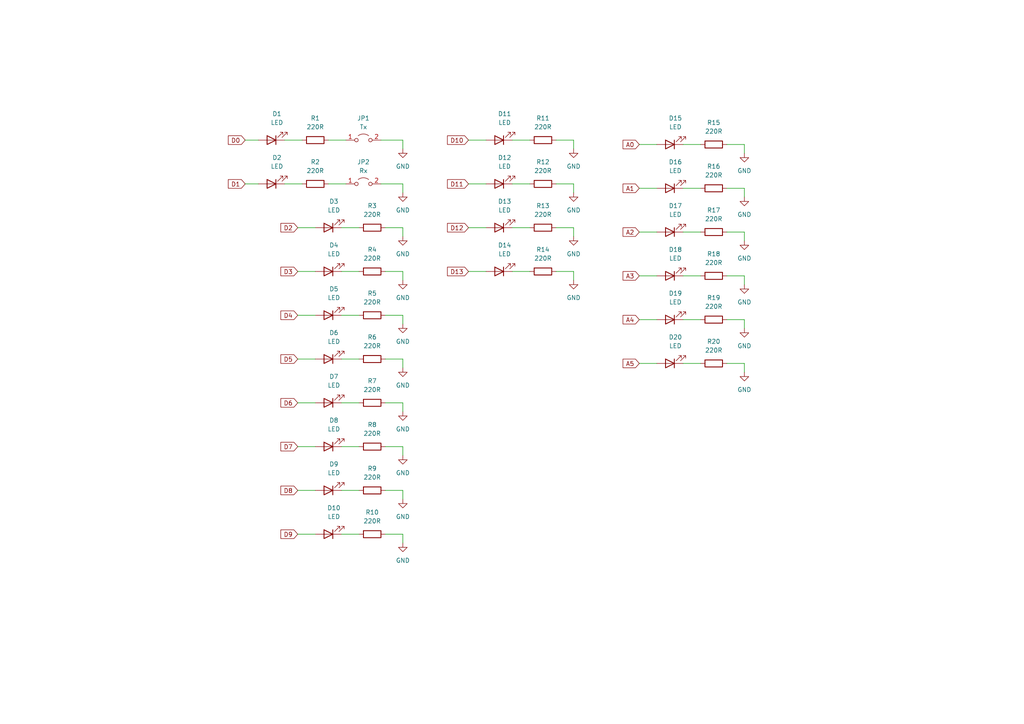
<source format=kicad_sch>
(kicad_sch (version 20211123) (generator eeschema)
  (paper "A4")
  (lib_symbols
    (symbol "Device:LED" (pin_numbers hide) (pin_names (offset 1.016) hide)
      (property "Reference" "D" (at 0 2.54 0))
      (property "Value" "LED" (at 0 -2.54 0))
      (symbol "LED_0_1"
        (polyline (pts (xy -1.27 -1.27) (xy -1.27 1.27)) (stroke (width 0.254)))
        (polyline (pts (xy -1.27 0) (xy 1.27 0)))
        (polyline (pts (xy 1.27 -1.27) (xy 1.27 1.27) (xy -1.27 0) (xy 1.27 -1.27)) (stroke (width 0.254)))
        (polyline (pts (xy -3.048 -0.762) (xy -4.572 -2.286) (xy -3.81 -2.286) (xy -4.572 -2.286) (xy -4.572 -1.524)))
        (polyline (pts (xy -1.778 -0.762) (xy -3.302 -2.286) (xy -2.54 -2.286) (xy -3.302 -2.286) (xy -3.302 -1.524)))
      )
      (symbol "LED_1_1"
        (pin passive line (at -3.81 0 0) (length 2.54) (name "K") (number "1"))
        (pin passive line (at 3.81 0 180) (length 2.54) (name "A") (number "2"))
      )
    )
    (symbol "Device:R" (pin_numbers hide) (pin_names (offset 0))
      (property "Reference" "R" (at 2.032 0 90))
      (property "Value" "R" (at 0 0 90))
      (symbol "R_0_1"
        (rectangle (start -1.016 -2.54) (end 1.016 2.54) (stroke (width 0.254)))
      )
      (symbol "R_1_1"
        (pin passive line (at 0 3.81 270) (length 1.27) (name "~") (number "1"))
        (pin passive line (at 0 -3.81 90) (length 1.27) (name "~") (number "2"))
      )
    )
    (symbol "Jumper:Jumper_2_Open" (pin_names (offset 0) hide)
      (property "Reference" "JP" (at 0 2.794 0))
      (property "Value" "Jumper_2_Open" (at 0 -2.286 0))
      (symbol "Jumper_2_Open_0_0"
        (circle (center -2.032 0) (radius 0.508))
        (circle (center 2.032 0) (radius 0.508))
      )
      (symbol "Jumper_2_Open_0_1"
        (arc (start 1.524 1.27) (mid 0 1.778) (end -1.524 1.27))
      )
      (symbol "Jumper_2_Open_1_1"
        (pin passive line (at -5.08 0 0) (length 2.54) (name "A") (number "1"))
        (pin passive line (at 5.08 0 180) (length 2.54) (name "B") (number "2"))
      )
    )
    (symbol "power:GND" (power) (pin_names (offset 0))
      (property "Value" "GND" (at 0 -3.81 0))
      (symbol "GND_0_1"
        (polyline (pts (xy 0 0) (xy 0 -1.27) (xy 1.27 -1.27) (xy 0 -2.54) (xy -1.27 -1.27) (xy 0 -1.27)))
      )
      (symbol "GND_1_1"
        (pin power_in line (at 0 0 270) (length 0) hide (name "GND") (number "1"))
      )
    )
  )
  (wire (pts (xy 86.36 66.04) (xy 91.44 66.04)))
  (wire (pts (xy 116.84 144.78) (xy 116.84 142.24)))
  (wire (pts (xy 116.84 104.14) (xy 111.76 104.14)))
  (wire (pts (xy 86.36 142.24) (xy 91.44 142.24)))
  (wire (pts (xy 135.89 53.34) (xy 140.97 53.34)))
  (wire (pts (xy 99.06 91.44) (xy 104.14 91.44)))
  (wire (pts (xy 215.9 57.15) (xy 215.9 54.61)))
  (wire (pts (xy 116.84 119.38) (xy 116.84 116.84)))
  (wire (pts (xy 99.06 66.04) (xy 104.14 66.04)))
  (wire (pts (xy 148.59 53.34) (xy 153.67 53.34)))
  (wire (pts (xy 215.9 67.31) (xy 210.82 67.31)))
  (wire (pts (xy 116.84 78.74) (xy 111.76 78.74)))
  (wire (pts (xy 135.89 40.64) (xy 140.97 40.64)))
  (wire (pts (xy 198.12 41.91) (xy 203.2 41.91)))
  (wire (pts (xy 99.06 104.14) (xy 104.14 104.14)))
  (wire (pts (xy 116.84 106.68) (xy 116.84 104.14)))
  (wire (pts (xy 185.42 41.91) (xy 190.5 41.91)))
  (wire (pts (xy 116.84 116.84) (xy 111.76 116.84)))
  (wire (pts (xy 166.37 55.88) (xy 166.37 53.34)))
  (wire (pts (xy 198.12 80.01) (xy 203.2 80.01)))
  (wire (pts (xy 135.89 66.04) (xy 140.97 66.04)))
  (wire (pts (xy 166.37 40.64) (xy 161.29 40.64)))
  (wire (pts (xy 71.12 53.34) (xy 74.93 53.34)))
  (wire (pts (xy 185.42 105.41) (xy 190.5 105.41)))
  (wire (pts (xy 116.84 81.28) (xy 116.84 78.74)))
  (wire (pts (xy 71.12 40.64) (xy 74.93 40.64)))
  (wire (pts (xy 166.37 78.74) (xy 161.29 78.74)))
  (wire (pts (xy 86.36 78.74) (xy 91.44 78.74)))
  (wire (pts (xy 148.59 40.64) (xy 153.67 40.64)))
  (wire (pts (xy 215.9 107.95) (xy 215.9 105.41)))
  (wire (pts (xy 116.84 154.94) (xy 111.76 154.94)))
  (wire (pts (xy 99.06 129.54) (xy 104.14 129.54)))
  (wire (pts (xy 99.06 154.94) (xy 104.14 154.94)))
  (wire (pts (xy 95.25 53.34) (xy 100.33 53.34)))
  (wire (pts (xy 215.9 82.55) (xy 215.9 80.01)))
  (wire (pts (xy 198.12 54.61) (xy 203.2 54.61)))
  (wire (pts (xy 198.12 105.41) (xy 203.2 105.41)))
  (wire (pts (xy 99.06 78.74) (xy 104.14 78.74)))
  (wire (pts (xy 198.12 67.31) (xy 203.2 67.31)))
  (wire (pts (xy 185.42 54.61) (xy 190.5 54.61)))
  (wire (pts (xy 215.9 41.91) (xy 210.82 41.91)))
  (wire (pts (xy 116.84 91.44) (xy 111.76 91.44)))
  (wire (pts (xy 215.9 80.01) (xy 210.82 80.01)))
  (wire (pts (xy 215.9 92.71) (xy 210.82 92.71)))
  (wire (pts (xy 95.25 40.64) (xy 100.33 40.64)))
  (wire (pts (xy 215.9 95.25) (xy 215.9 92.71)))
  (wire (pts (xy 86.36 104.14) (xy 91.44 104.14)))
  (wire (pts (xy 86.36 129.54) (xy 91.44 129.54)))
  (wire (pts (xy 110.49 53.34) (xy 116.84 53.34)))
  (wire (pts (xy 86.36 116.84) (xy 91.44 116.84)))
  (wire (pts (xy 116.84 132.08) (xy 116.84 129.54)))
  (wire (pts (xy 116.84 157.48) (xy 116.84 154.94)))
  (wire (pts (xy 166.37 43.18) (xy 166.37 40.64)))
  (wire (pts (xy 99.06 116.84) (xy 104.14 116.84)))
  (wire (pts (xy 116.84 129.54) (xy 111.76 129.54)))
  (wire (pts (xy 185.42 67.31) (xy 190.5 67.31)))
  (wire (pts (xy 185.42 80.01) (xy 190.5 80.01)))
  (wire (pts (xy 198.12 92.71) (xy 203.2 92.71)))
  (wire (pts (xy 116.84 142.24) (xy 111.76 142.24)))
  (wire (pts (xy 82.55 40.64) (xy 87.63 40.64)))
  (wire (pts (xy 82.55 53.34) (xy 87.63 53.34)))
  (wire (pts (xy 116.84 68.58) (xy 116.84 66.04)))
  (wire (pts (xy 166.37 68.58) (xy 166.37 66.04)))
  (wire (pts (xy 116.84 43.18) (xy 116.84 40.64)))
  (wire (pts (xy 215.9 44.45) (xy 215.9 41.91)))
  (wire (pts (xy 215.9 54.61) (xy 210.82 54.61)))
  (wire (pts (xy 215.9 69.85) (xy 215.9 67.31)))
  (wire (pts (xy 148.59 78.74) (xy 153.67 78.74)))
  (wire (pts (xy 148.59 66.04) (xy 153.67 66.04)))
  (wire (pts (xy 166.37 53.34) (xy 161.29 53.34)))
  (wire (pts (xy 215.9 105.41) (xy 210.82 105.41)))
  (wire (pts (xy 86.36 91.44) (xy 91.44 91.44)))
  (wire (pts (xy 110.49 40.64) (xy 116.84 40.64)))
  (wire (pts (xy 135.89 78.74) (xy 140.97 78.74)))
  (wire (pts (xy 166.37 81.28) (xy 166.37 78.74)))
  (wire (pts (xy 185.42 92.71) (xy 190.5 92.71)))
  (wire (pts (xy 86.36 154.94) (xy 91.44 154.94)))
  (wire (pts (xy 99.06 142.24) (xy 104.14 142.24)))
  (wire (pts (xy 116.84 55.88) (xy 116.84 53.34)))
  (wire (pts (xy 166.37 66.04) (xy 161.29 66.04)))
  (wire (pts (xy 116.84 93.98) (xy 116.84 91.44)))
  (wire (pts (xy 116.84 66.04) (xy 111.76 66.04)))
  (global_label "D5" (shape input) (at 86.36 104.14 180) (property "Intersheet References" "${INTERSHEET_REFS}" (effects hide)))
  (global_label "D8" (shape input) (at 86.36 142.24 180) (property "Intersheet References" "${INTERSHEET_REFS}" (effects hide)))
  (global_label "A3" (shape input) (at 185.42 80.01 180) (property "Intersheet References" "${INTERSHEET_REFS}" (effects hide)))
  (global_label "A2" (shape input) (at 185.42 67.31 180) (property "Intersheet References" "${INTERSHEET_REFS}" (effects hide)))
  (global_label "D2" (shape input) (at 86.36 66.04 180) (property "Intersheet References" "${INTERSHEET_REFS}" (effects hide)))
  (global_label "A4" (shape input) (at 185.42 92.71 180) (property "Intersheet References" "${INTERSHEET_REFS}" (effects hide)))
  (global_label "D9" (shape input) (at 86.36 154.94 180) (property "Intersheet References" "${INTERSHEET_REFS}" (effects hide)))
  (global_label "D0" (shape input) (at 71.12 40.64 180) (property "Intersheet References" "${INTERSHEET_REFS}" (effects hide)))
  (global_label "D13" (shape input) (at 135.89 78.74 180) (property "Intersheet References" "${INTERSHEET_REFS}" (effects hide)))
  (global_label "A0" (shape input) (at 185.42 41.91 180) (property "Intersheet References" "${INTERSHEET_REFS}" (effects hide)))
  (global_label "A5" (shape input) (at 185.42 105.41 180) (property "Intersheet References" "${INTERSHEET_REFS}" (effects hide)))
  (global_label "D6" (shape input) (at 86.36 116.84 180) (property "Intersheet References" "${INTERSHEET_REFS}" (effects hide)))
  (global_label "D10" (shape input) (at 135.89 40.64 180) (property "Intersheet References" "${INTERSHEET_REFS}" (effects hide)))
  (global_label "D11" (shape input) (at 135.89 53.34 180) (property "Intersheet References" "${INTERSHEET_REFS}" (effects hide)))
  (global_label "D3" (shape input) (at 86.36 78.74 180) (property "Intersheet References" "${INTERSHEET_REFS}" (effects hide)))
  (global_label "D12" (shape input) (at 135.89 66.04 180) (property "Intersheet References" "${INTERSHEET_REFS}" (effects hide)))
  (global_label "A1" (shape input) (at 185.42 54.61 180) (property "Intersheet References" "${INTERSHEET_REFS}" (effects hide)))
  (global_label "D4" (shape input) (at 86.36 91.44 180) (property "Intersheet References" "${INTERSHEET_REFS}" (effects hide)))
  (global_label "D7" (shape input) (at 86.36 129.54 180) (property "Intersheet References" "${INTERSHEET_REFS}" (effects hide)))
  (global_label "D1" (shape input) (at 71.12 53.34 180) (property "Intersheet References" "${INTERSHEET_REFS}" (effects hide)))
  (symbol (lib_id "Device:LED") (at 95.25 78.74 180) (unit 1)
    (property "Reference" "D4" (at 96.8375 71.12 0))
    (property "Value" "LED" (at 96.8375 73.66 0))
    (property "Footprint" "My_Misc:LED_D5.0mm_large" (effects hide))
  )
  (symbol (lib_id "Device:LED") (at 144.78 40.64 180) (unit 1)
    (property "Reference" "D11" (at 146.3675 33.02 0))
    (property "Value" "LED" (at 146.3675 35.56 0))
    (property "Footprint" "My_Misc:LED_D5.0mm_large" (effects hide))
  )
  (symbol (lib_id "power:GND") (at 166.37 81.28 0) (unit 1)
    (property "Reference" "#PWR026" (effects hide))
    (property "Value" "GND" (at 166.37 86.36 0))
  )
  (symbol (lib_id "power:GND") (at 166.37 43.18 0) (unit 1)
    (property "Reference" "#PWR023" (effects hide))
    (property "Value" "GND" (at 166.37 48.26 0))
  )
  (symbol (lib_id "Device:LED") (at 95.25 104.14 180) (unit 1)
    (property "Reference" "D6" (at 96.8375 96.52 0))
    (property "Value" "LED" (at 96.8375 99.06 0))
    (property "Footprint" "My_Misc:LED_D5.0mm_large" (effects hide))
  )
  (symbol (lib_id "Device:R") (at 157.48 40.64 90) (unit 1)
    (property "Reference" "R11" (at 157.48 34.29 90))
    (property "Value" "220R" (at 157.48 36.83 90))
    (property "Footprint" "My_Misc:R_Axial_DIN0207_L6.3mm_D2.5mm_P10.16mm_Horizontal_larger_pads" (effects hide))
  )
  (symbol (lib_id "Device:R") (at 157.48 66.04 90) (unit 1)
    (property "Reference" "R13" (at 157.48 59.69 90))
    (property "Value" "220R" (at 157.48 62.23 90))
    (property "Footprint" "My_Misc:R_Axial_DIN0207_L6.3mm_D2.5mm_P10.16mm_Horizontal_larger_pads" (effects hide))
  )
  (symbol (lib_id "Device:R") (at 207.01 54.61 90) (unit 1)
    (property "Reference" "R16" (at 207.01 48.26 90))
    (property "Value" "220R" (at 207.01 50.8 90))
    (property "Footprint" "My_Misc:R_Axial_DIN0207_L6.3mm_D2.5mm_P10.16mm_Horizontal_larger_pads" (effects hide))
  )
  (symbol (lib_id "Device:LED") (at 95.25 116.84 180) (unit 1)
    (property "Reference" "D7" (at 96.8375 109.22 0))
    (property "Value" "LED" (at 96.8375 111.76 0))
    (property "Footprint" "My_Misc:LED_D5.0mm_large" (effects hide))
  )
  (symbol (lib_id "Device:LED") (at 194.31 54.61 180) (unit 1)
    (property "Reference" "D16" (at 195.8975 46.99 0))
    (property "Value" "LED" (at 195.8975 49.53 0))
    (property "Footprint" "My_Misc:LED_D5.0mm_large" (effects hide))
  )
  (symbol (lib_id "Device:LED") (at 144.78 53.34 180) (unit 1)
    (property "Reference" "D12" (at 146.3675 45.72 0))
    (property "Value" "LED" (at 146.3675 48.26 0))
    (property "Footprint" "My_Misc:LED_D5.0mm_large" (effects hide))
  )
  (symbol (lib_id "power:GND") (at 116.84 68.58 0) (unit 1)
    (property "Reference" "#PWR015" (effects hide))
    (property "Value" "GND" (at 116.84 73.66 0))
  )
  (symbol (lib_id "Device:LED") (at 194.31 92.71 180) (unit 1)
    (property "Reference" "D19" (at 195.8975 85.09 0))
    (property "Value" "LED" (at 195.8975 87.63 0))
    (property "Footprint" "My_Misc:LED_D5.0mm_large" (effects hide))
  )
  (symbol (lib_id "power:GND") (at 116.84 106.68 0) (unit 1)
    (property "Reference" "#PWR018" (effects hide))
    (property "Value" "GND" (at 116.84 111.76 0))
  )
  (symbol (lib_id "Device:LED") (at 95.25 142.24 180) (unit 1)
    (property "Reference" "D9" (at 96.8375 134.62 0))
    (property "Value" "LED" (at 96.8375 137.16 0))
    (property "Footprint" "My_Misc:LED_D5.0mm_large" (effects hide))
  )
  (symbol (lib_id "power:GND") (at 116.84 157.48 0) (unit 1)
    (property "Reference" "#PWR022" (effects hide))
    (property "Value" "GND" (at 116.84 162.56 0))
  )
  (symbol (lib_id "Device:LED") (at 194.31 67.31 180) (unit 1)
    (property "Reference" "D17" (at 195.8975 59.69 0))
    (property "Value" "LED" (at 195.8975 62.23 0))
    (property "Footprint" "My_Misc:LED_D5.0mm_large" (effects hide))
  )
  (symbol (lib_id "Jumper:Jumper_2_Open") (at 105.41 40.64 0) (unit 1)
    (property "Reference" "JP1" (at 105.41 34.29 0))
    (property "Value" "Tx" (at 105.41 36.83 0))
    (property "Footprint" "My_Parts:Jumper_1x02_P2.54mm_large" (effects hide))
  )
  (symbol (lib_id "Device:LED") (at 95.25 66.04 180) (unit 1)
    (property "Reference" "D3" (at 96.8375 58.42 0))
    (property "Value" "LED" (at 96.8375 60.96 0))
    (property "Footprint" "My_Misc:LED_D5.0mm_large" (effects hide))
  )
  (symbol (lib_id "power:GND") (at 116.84 43.18 0) (unit 1)
    (property "Reference" "#PWR013" (effects hide))
    (property "Value" "GND" (at 116.84 48.26 0))
  )
  (symbol (lib_id "Device:LED") (at 95.25 91.44 180) (unit 1)
    (property "Reference" "D5" (at 96.8375 83.82 0))
    (property "Value" "LED" (at 96.8375 86.36 0))
    (property "Footprint" "My_Misc:LED_D5.0mm_large" (effects hide))
  )
  (symbol (lib_id "power:GND") (at 215.9 95.25 0) (unit 1)
    (property "Reference" "#PWR031" (effects hide))
    (property "Value" "GND" (at 215.9 100.33 0))
  )
  (symbol (lib_id "Device:LED") (at 194.31 41.91 180) (unit 1)
    (property "Reference" "D15" (at 195.8975 34.29 0))
    (property "Value" "LED" (at 195.8975 36.83 0))
    (property "Footprint" "My_Misc:LED_D5.0mm_large" (effects hide))
  )
  (symbol (lib_id "Device:R") (at 157.48 53.34 90) (unit 1)
    (property "Reference" "R12" (at 157.48 46.99 90))
    (property "Value" "220R" (at 157.48 49.53 90))
    (property "Footprint" "My_Misc:R_Axial_DIN0207_L6.3mm_D2.5mm_P10.16mm_Horizontal_larger_pads" (effects hide))
  )
  (symbol (lib_id "power:GND") (at 166.37 55.88 0) (unit 1)
    (property "Reference" "#PWR024" (effects hide))
    (property "Value" "GND" (at 166.37 60.96 0))
  )
  (symbol (lib_id "Device:R") (at 107.95 91.44 90) (unit 1)
    (property "Reference" "R5" (at 107.95 85.09 90))
    (property "Value" "220R" (at 107.95 87.63 90))
    (property "Footprint" "My_Misc:R_Axial_DIN0207_L6.3mm_D2.5mm_P10.16mm_Horizontal_larger_pads" (effects hide))
  )
  (symbol (lib_id "Device:LED") (at 95.25 129.54 180) (unit 1)
    (property "Reference" "D8" (at 96.8375 121.92 0))
    (property "Value" "LED" (at 96.8375 124.46 0))
    (property "Footprint" "My_Misc:LED_D5.0mm_large" (effects hide))
  )
  (symbol (lib_id "Jumper:Jumper_2_Open") (at 105.41 53.34 0) (unit 1)
    (property "Reference" "JP2" (at 105.41 46.99 0))
    (property "Value" "Rx" (at 105.41 49.53 0))
    (property "Footprint" "My_Parts:Jumper_1x02_P2.54mm_large" (effects hide))
  )
  (symbol (lib_id "Device:R") (at 91.44 40.64 90) (unit 1)
    (property "Reference" "R1" (at 91.44 34.29 90))
    (property "Value" "220R" (at 91.44 36.83 90))
    (property "Footprint" "My_Misc:R_Axial_DIN0207_L6.3mm_D2.5mm_P10.16mm_Horizontal_larger_pads" (effects hide))
  )
  (symbol (lib_id "Device:R") (at 107.95 116.84 90) (unit 1)
    (property "Reference" "R7" (at 107.95 110.49 90))
    (property "Value" "220R" (at 107.95 113.03 90))
    (property "Footprint" "My_Misc:R_Axial_DIN0207_L6.3mm_D2.5mm_P10.16mm_Horizontal_larger_pads" (effects hide))
  )
  (symbol (lib_id "Device:LED") (at 95.25 154.94 180) (unit 1)
    (property "Reference" "D10" (at 96.8375 147.32 0))
    (property "Value" "LED" (at 96.8375 149.86 0))
    (property "Footprint" "My_Misc:LED_D5.0mm_large" (effects hide))
  )
  (symbol (lib_id "Device:R") (at 107.95 129.54 90) (unit 1)
    (property "Reference" "R8" (at 107.95 123.19 90))
    (property "Value" "220R" (at 107.95 125.73 90))
    (property "Footprint" "My_Misc:R_Axial_DIN0207_L6.3mm_D2.5mm_P10.16mm_Horizontal_larger_pads" (effects hide))
  )
  (symbol (lib_id "Device:R") (at 207.01 41.91 90) (unit 1)
    (property "Reference" "R15" (at 207.01 35.56 90))
    (property "Value" "220R" (at 207.01 38.1 90))
    (property "Footprint" "My_Misc:R_Axial_DIN0207_L6.3mm_D2.5mm_P10.16mm_Horizontal_larger_pads" (effects hide))
  )
  (symbol (lib_id "Device:R") (at 107.95 66.04 90) (unit 1)
    (property "Reference" "R3" (at 107.95 59.69 90))
    (property "Value" "220R" (at 107.95 62.23 90))
    (property "Footprint" "My_Misc:R_Axial_DIN0207_L6.3mm_D2.5mm_P10.16mm_Horizontal_larger_pads" (effects hide))
  )
  (symbol (lib_id "power:GND") (at 215.9 82.55 0) (unit 1)
    (property "Reference" "#PWR030" (effects hide))
    (property "Value" "GND" (at 215.9 87.63 0))
  )
  (symbol (lib_id "power:GND") (at 215.9 107.95 0) (unit 1)
    (property "Reference" "#PWR032" (effects hide))
    (property "Value" "GND" (at 215.9 113.03 0))
  )
  (symbol (lib_id "Device:LED") (at 78.74 40.64 180) (unit 1)
    (property "Reference" "D1" (at 80.3275 33.02 0))
    (property "Value" "LED" (at 80.3275 35.56 0))
    (property "Footprint" "My_Misc:LED_D5.0mm_large" (effects hide))
  )
  (symbol (lib_id "power:GND") (at 116.84 119.38 0) (unit 1)
    (property "Reference" "#PWR019" (effects hide))
    (property "Value" "GND" (at 116.84 124.46 0))
  )
  (symbol (lib_id "Device:LED") (at 194.31 105.41 180) (unit 1)
    (property "Reference" "D20" (at 195.8975 97.79 0))
    (property "Value" "LED" (at 195.8975 100.33 0))
    (property "Footprint" "My_Misc:LED_D5.0mm_large" (effects hide))
  )
  (symbol (lib_id "Device:R") (at 107.95 154.94 90) (unit 1)
    (property "Reference" "R10" (at 107.95 148.59 90))
    (property "Value" "220R" (at 107.95 151.13 90))
    (property "Footprint" "My_Misc:R_Axial_DIN0207_L6.3mm_D2.5mm_P10.16mm_Horizontal_larger_pads" (effects hide))
  )
  (symbol (lib_id "power:GND") (at 116.84 144.78 0) (unit 1)
    (property "Reference" "#PWR021" (effects hide))
    (property "Value" "GND" (at 116.84 149.86 0))
  )
  (symbol (lib_id "Device:R") (at 107.95 78.74 90) (unit 1)
    (property "Reference" "R4" (at 107.95 72.39 90))
    (property "Value" "220R" (at 107.95 74.93 90))
    (property "Footprint" "My_Misc:R_Axial_DIN0207_L6.3mm_D2.5mm_P10.16mm_Horizontal_larger_pads" (effects hide))
  )
  (symbol (lib_id "Device:R") (at 207.01 105.41 90) (unit 1)
    (property "Reference" "R20" (at 207.01 99.06 90))
    (property "Value" "220R" (at 207.01 101.6 90))
    (property "Footprint" "My_Misc:R_Axial_DIN0207_L6.3mm_D2.5mm_P10.16mm_Horizontal_larger_pads" (effects hide))
  )
  (symbol (lib_id "power:GND") (at 116.84 93.98 0) (unit 1)
    (property "Reference" "#PWR017" (effects hide))
    (property "Value" "GND" (at 116.84 99.06 0))
  )
  (symbol (lib_id "Device:LED") (at 144.78 78.74 180) (unit 1)
    (property "Reference" "D14" (at 146.3675 71.12 0))
    (property "Value" "LED" (at 146.3675 73.66 0))
    (property "Footprint" "My_Misc:LED_D5.0mm_large" (effects hide))
  )
  (symbol (lib_id "Device:LED") (at 78.74 53.34 180) (unit 1)
    (property "Reference" "D2" (at 80.3275 45.72 0))
    (property "Value" "LED" (at 80.3275 48.26 0))
    (property "Footprint" "My_Misc:LED_D5.0mm_large" (effects hide))
  )
  (symbol (lib_id "power:GND") (at 116.84 132.08 0) (unit 1)
    (property "Reference" "#PWR020" (effects hide))
    (property "Value" "GND" (at 116.84 137.16 0))
  )
  (symbol (lib_id "Device:R") (at 207.01 80.01 90) (unit 1)
    (property "Reference" "R18" (at 207.01 73.66 90))
    (property "Value" "220R" (at 207.01 76.2 90))
    (property "Footprint" "My_Misc:R_Axial_DIN0207_L6.3mm_D2.5mm_P10.16mm_Horizontal_larger_pads" (effects hide))
  )
  (symbol (lib_id "power:GND") (at 215.9 69.85 0) (unit 1)
    (property "Reference" "#PWR029" (effects hide))
    (property "Value" "GND" (at 215.9 74.93 0))
  )
  (symbol (lib_id "Device:R") (at 107.95 104.14 90) (unit 1)
    (property "Reference" "R6" (at 107.95 97.79 90))
    (property "Value" "220R" (at 107.95 100.33 90))
    (property "Footprint" "My_Misc:R_Axial_DIN0207_L6.3mm_D2.5mm_P10.16mm_Horizontal_larger_pads" (effects hide))
  )
  (symbol (lib_id "Device:LED") (at 144.78 66.04 180) (unit 1)
    (property "Reference" "D13" (at 146.3675 58.42 0))
    (property "Value" "LED" (at 146.3675 60.96 0))
    (property "Footprint" "My_Misc:LED_D5.0mm_large" (effects hide))
  )
  (symbol (lib_id "Device:R") (at 91.44 53.34 90) (unit 1)
    (property "Reference" "R2" (at 91.44 46.99 90))
    (property "Value" "220R" (at 91.44 49.53 90))
    (property "Footprint" "My_Misc:R_Axial_DIN0207_L6.3mm_D2.5mm_P10.16mm_Horizontal_larger_pads" (effects hide))
  )
  (symbol (lib_id "power:GND") (at 215.9 57.15 0) (unit 1)
    (property "Reference" "#PWR028" (effects hide))
    (property "Value" "GND" (at 215.9 62.23 0))
  )
  (symbol (lib_id "Device:R") (at 207.01 67.31 90) (unit 1)
    (property "Reference" "R17" (at 207.01 60.96 90))
    (property "Value" "220R" (at 207.01 63.5 90))
    (property "Footprint" "My_Misc:R_Axial_DIN0207_L6.3mm_D2.5mm_P10.16mm_Horizontal_larger_pads" (effects hide))
  )
  (symbol (lib_id "power:GND") (at 215.9 44.45 0) (unit 1)
    (property "Reference" "#PWR027" (effects hide))
    (property "Value" "GND" (at 215.9 49.53 0))
  )
  (symbol (lib_id "power:GND") (at 116.84 81.28 0) (unit 1)
    (property "Reference" "#PWR016" (effects hide))
    (property "Value" "GND" (at 116.84 86.36 0))
  )
  (symbol (lib_id "power:GND") (at 116.84 55.88 0) (unit 1)
    (property "Reference" "#PWR014" (effects hide))
    (property "Value" "GND" (at 116.84 60.96 0))
  )
  (symbol (lib_id "Device:LED") (at 194.31 80.01 180) (unit 1)
    (property "Reference" "D18" (at 195.8975 72.39 0))
    (property "Value" "LED" (at 195.8975 74.93 0))
    (property "Footprint" "My_Misc:LED_D5.0mm_large" (effects hide))
  )
  (symbol (lib_id "Device:R") (at 157.48 78.74 90) (unit 1)
    (property "Reference" "R14" (at 157.48 72.39 90))
    (property "Value" "220R" (at 157.48 74.93 90))
    (property "Footprint" "My_Misc:R_Axial_DIN0207_L6.3mm_D2.5mm_P10.16mm_Horizontal_larger_pads" (effects hide))
  )
  (symbol (lib_id "Device:R") (at 107.95 142.24 90) (unit 1)
    (property "Reference" "R9" (at 107.95 135.89 90))
    (property "Value" "220R" (at 107.95 138.43 90))
    (property "Footprint" "My_Misc:R_Axial_DIN0207_L6.3mm_D2.5mm_P10.16mm_Horizontal_larger_pads" (effects hide))
  )
  (symbol (lib_id "Device:R") (at 207.01 92.71 90) (unit 1)
    (property "Reference" "R19" (at 207.01 86.36 90))
    (property "Value" "220R" (at 207.01 88.9 90))
    (property "Footprint" "My_Misc:R_Axial_DIN0207_L6.3mm_D2.5mm_P10.16mm_Horizontal_larger_pads" (effects hide))
  )
  (symbol (lib_id "power:GND") (at 166.37 68.58 0) (unit 1)
    (property "Reference" "#PWR025" (effects hide))
    (property "Value" "GND" (at 166.37 73.66 0))
  )
)
</source>
